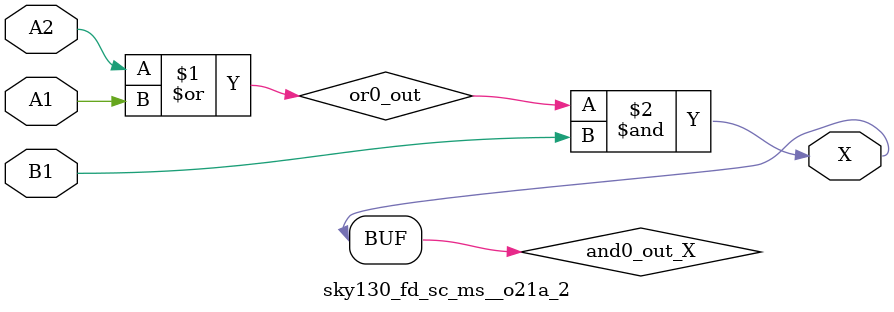
<source format=v>
/*
 * Copyright 2020 The SkyWater PDK Authors
 *
 * Licensed under the Apache License, Version 2.0 (the "License");
 * you may not use this file except in compliance with the License.
 * You may obtain a copy of the License at
 *
 *     https://www.apache.org/licenses/LICENSE-2.0
 *
 * Unless required by applicable law or agreed to in writing, software
 * distributed under the License is distributed on an "AS IS" BASIS,
 * WITHOUT WARRANTIES OR CONDITIONS OF ANY KIND, either express or implied.
 * See the License for the specific language governing permissions and
 * limitations under the License.
 *
 * SPDX-License-Identifier: Apache-2.0
*/


`ifndef SKY130_FD_SC_MS__O21A_2_FUNCTIONAL_V
`define SKY130_FD_SC_MS__O21A_2_FUNCTIONAL_V

/**
 * o21a: 2-input OR into first input of 2-input AND.
 *
 *       X = ((A1 | A2) & B1)
 *
 * Verilog simulation functional model.
 */

`timescale 1ns / 1ps
`default_nettype none

`celldefine
module sky130_fd_sc_ms__o21a_2 (
    X ,
    A1,
    A2,
    B1
);

    // Module ports
    output X ;
    input  A1;
    input  A2;
    input  B1;

    // Local signals
    wire or0_out   ;
    wire and0_out_X;

    //  Name  Output      Other arguments
    or  or0  (or0_out   , A2, A1         );
    and and0 (and0_out_X, or0_out, B1    );
    buf buf0 (X         , and0_out_X     );

endmodule
`endcelldefine

`default_nettype wire
`endif  // SKY130_FD_SC_MS__O21A_2_FUNCTIONAL_V

</source>
